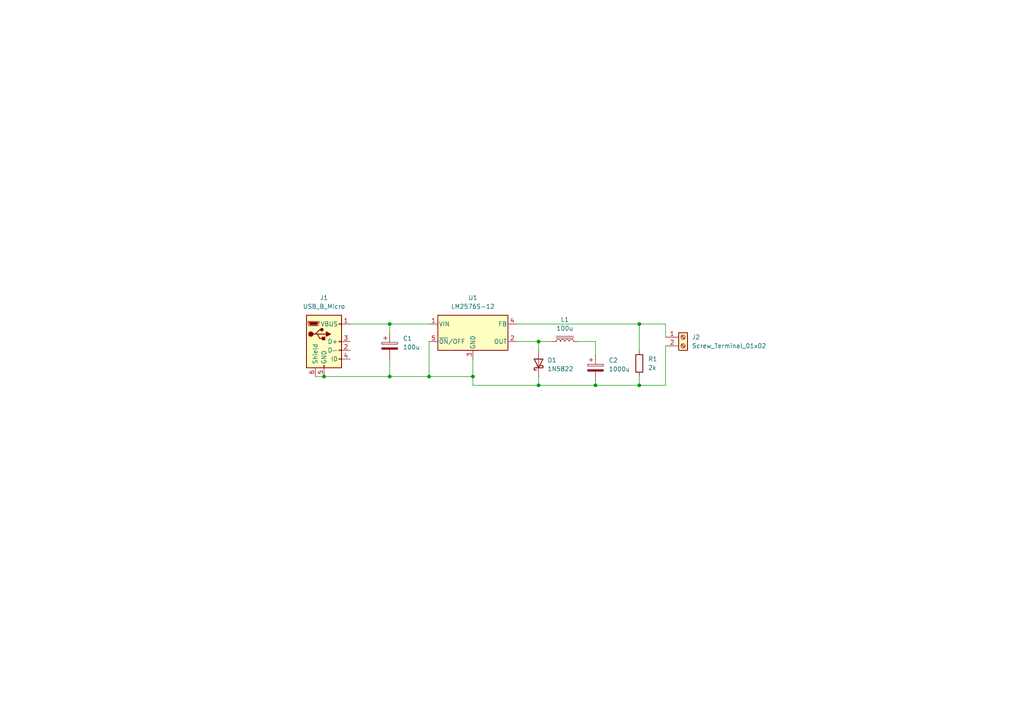
<source format=kicad_sch>
(kicad_sch
	(version 20231120)
	(generator "eeschema")
	(generator_version "8.0")
	(uuid "a14702f0-4e1a-4427-a479-f39e305901bf")
	(paper "A4")
	(lib_symbols
		(symbol "Connector:Screw_Terminal_01x02"
			(pin_names
				(offset 1.016) hide)
			(exclude_from_sim no)
			(in_bom yes)
			(on_board yes)
			(property "Reference" "J"
				(at 0 2.54 0)
				(effects
					(font
						(size 1.27 1.27)
					)
				)
			)
			(property "Value" "Screw_Terminal_01x02"
				(at 0 -5.08 0)
				(effects
					(font
						(size 1.27 1.27)
					)
				)
			)
			(property "Footprint" ""
				(at 0 0 0)
				(effects
					(font
						(size 1.27 1.27)
					)
					(hide yes)
				)
			)
			(property "Datasheet" "~"
				(at 0 0 0)
				(effects
					(font
						(size 1.27 1.27)
					)
					(hide yes)
				)
			)
			(property "Description" "Generic screw terminal, single row, 01x02, script generated (kicad-library-utils/schlib/autogen/connector/)"
				(at 0 0 0)
				(effects
					(font
						(size 1.27 1.27)
					)
					(hide yes)
				)
			)
			(property "ki_keywords" "screw terminal"
				(at 0 0 0)
				(effects
					(font
						(size 1.27 1.27)
					)
					(hide yes)
				)
			)
			(property "ki_fp_filters" "TerminalBlock*:*"
				(at 0 0 0)
				(effects
					(font
						(size 1.27 1.27)
					)
					(hide yes)
				)
			)
			(symbol "Screw_Terminal_01x02_1_1"
				(rectangle
					(start -1.27 1.27)
					(end 1.27 -3.81)
					(stroke
						(width 0.254)
						(type default)
					)
					(fill
						(type background)
					)
				)
				(circle
					(center 0 -2.54)
					(radius 0.635)
					(stroke
						(width 0.1524)
						(type default)
					)
					(fill
						(type none)
					)
				)
				(polyline
					(pts
						(xy -0.5334 -2.2098) (xy 0.3302 -3.048)
					)
					(stroke
						(width 0.1524)
						(type default)
					)
					(fill
						(type none)
					)
				)
				(polyline
					(pts
						(xy -0.5334 0.3302) (xy 0.3302 -0.508)
					)
					(stroke
						(width 0.1524)
						(type default)
					)
					(fill
						(type none)
					)
				)
				(polyline
					(pts
						(xy -0.3556 -2.032) (xy 0.508 -2.8702)
					)
					(stroke
						(width 0.1524)
						(type default)
					)
					(fill
						(type none)
					)
				)
				(polyline
					(pts
						(xy -0.3556 0.508) (xy 0.508 -0.3302)
					)
					(stroke
						(width 0.1524)
						(type default)
					)
					(fill
						(type none)
					)
				)
				(circle
					(center 0 0)
					(radius 0.635)
					(stroke
						(width 0.1524)
						(type default)
					)
					(fill
						(type none)
					)
				)
				(pin passive line
					(at -5.08 0 0)
					(length 3.81)
					(name "Pin_1"
						(effects
							(font
								(size 1.27 1.27)
							)
						)
					)
					(number "1"
						(effects
							(font
								(size 1.27 1.27)
							)
						)
					)
				)
				(pin passive line
					(at -5.08 -2.54 0)
					(length 3.81)
					(name "Pin_2"
						(effects
							(font
								(size 1.27 1.27)
							)
						)
					)
					(number "2"
						(effects
							(font
								(size 1.27 1.27)
							)
						)
					)
				)
			)
		)
		(symbol "Connector:USB_B_Micro"
			(pin_names
				(offset 1.016)
			)
			(exclude_from_sim no)
			(in_bom yes)
			(on_board yes)
			(property "Reference" "J"
				(at -5.08 11.43 0)
				(effects
					(font
						(size 1.27 1.27)
					)
					(justify left)
				)
			)
			(property "Value" "USB_B_Micro"
				(at -5.08 8.89 0)
				(effects
					(font
						(size 1.27 1.27)
					)
					(justify left)
				)
			)
			(property "Footprint" ""
				(at 3.81 -1.27 0)
				(effects
					(font
						(size 1.27 1.27)
					)
					(hide yes)
				)
			)
			(property "Datasheet" "~"
				(at 3.81 -1.27 0)
				(effects
					(font
						(size 1.27 1.27)
					)
					(hide yes)
				)
			)
			(property "Description" "USB Micro Type B connector"
				(at 0 0 0)
				(effects
					(font
						(size 1.27 1.27)
					)
					(hide yes)
				)
			)
			(property "ki_keywords" "connector USB micro"
				(at 0 0 0)
				(effects
					(font
						(size 1.27 1.27)
					)
					(hide yes)
				)
			)
			(property "ki_fp_filters" "USB*"
				(at 0 0 0)
				(effects
					(font
						(size 1.27 1.27)
					)
					(hide yes)
				)
			)
			(symbol "USB_B_Micro_0_1"
				(rectangle
					(start -5.08 -7.62)
					(end 5.08 7.62)
					(stroke
						(width 0.254)
						(type default)
					)
					(fill
						(type background)
					)
				)
				(circle
					(center -3.81 2.159)
					(radius 0.635)
					(stroke
						(width 0.254)
						(type default)
					)
					(fill
						(type outline)
					)
				)
				(circle
					(center -0.635 3.429)
					(radius 0.381)
					(stroke
						(width 0.254)
						(type default)
					)
					(fill
						(type outline)
					)
				)
				(rectangle
					(start -0.127 -7.62)
					(end 0.127 -6.858)
					(stroke
						(width 0)
						(type default)
					)
					(fill
						(type none)
					)
				)
				(polyline
					(pts
						(xy -1.905 2.159) (xy 0.635 2.159)
					)
					(stroke
						(width 0.254)
						(type default)
					)
					(fill
						(type none)
					)
				)
				(polyline
					(pts
						(xy -3.175 2.159) (xy -2.54 2.159) (xy -1.27 3.429) (xy -0.635 3.429)
					)
					(stroke
						(width 0.254)
						(type default)
					)
					(fill
						(type none)
					)
				)
				(polyline
					(pts
						(xy -2.54 2.159) (xy -1.905 2.159) (xy -1.27 0.889) (xy 0 0.889)
					)
					(stroke
						(width 0.254)
						(type default)
					)
					(fill
						(type none)
					)
				)
				(polyline
					(pts
						(xy 0.635 2.794) (xy 0.635 1.524) (xy 1.905 2.159) (xy 0.635 2.794)
					)
					(stroke
						(width 0.254)
						(type default)
					)
					(fill
						(type outline)
					)
				)
				(polyline
					(pts
						(xy -4.318 5.588) (xy -1.778 5.588) (xy -2.032 4.826) (xy -4.064 4.826) (xy -4.318 5.588)
					)
					(stroke
						(width 0)
						(type default)
					)
					(fill
						(type outline)
					)
				)
				(polyline
					(pts
						(xy -4.699 5.842) (xy -4.699 5.588) (xy -4.445 4.826) (xy -4.445 4.572) (xy -1.651 4.572) (xy -1.651 4.826)
						(xy -1.397 5.588) (xy -1.397 5.842) (xy -4.699 5.842)
					)
					(stroke
						(width 0)
						(type default)
					)
					(fill
						(type none)
					)
				)
				(rectangle
					(start 0.254 1.27)
					(end -0.508 0.508)
					(stroke
						(width 0.254)
						(type default)
					)
					(fill
						(type outline)
					)
				)
				(rectangle
					(start 5.08 -5.207)
					(end 4.318 -4.953)
					(stroke
						(width 0)
						(type default)
					)
					(fill
						(type none)
					)
				)
				(rectangle
					(start 5.08 -2.667)
					(end 4.318 -2.413)
					(stroke
						(width 0)
						(type default)
					)
					(fill
						(type none)
					)
				)
				(rectangle
					(start 5.08 -0.127)
					(end 4.318 0.127)
					(stroke
						(width 0)
						(type default)
					)
					(fill
						(type none)
					)
				)
				(rectangle
					(start 5.08 4.953)
					(end 4.318 5.207)
					(stroke
						(width 0)
						(type default)
					)
					(fill
						(type none)
					)
				)
			)
			(symbol "USB_B_Micro_1_1"
				(pin power_out line
					(at 7.62 5.08 180)
					(length 2.54)
					(name "VBUS"
						(effects
							(font
								(size 1.27 1.27)
							)
						)
					)
					(number "1"
						(effects
							(font
								(size 1.27 1.27)
							)
						)
					)
				)
				(pin bidirectional line
					(at 7.62 -2.54 180)
					(length 2.54)
					(name "D-"
						(effects
							(font
								(size 1.27 1.27)
							)
						)
					)
					(number "2"
						(effects
							(font
								(size 1.27 1.27)
							)
						)
					)
				)
				(pin bidirectional line
					(at 7.62 0 180)
					(length 2.54)
					(name "D+"
						(effects
							(font
								(size 1.27 1.27)
							)
						)
					)
					(number "3"
						(effects
							(font
								(size 1.27 1.27)
							)
						)
					)
				)
				(pin passive line
					(at 7.62 -5.08 180)
					(length 2.54)
					(name "ID"
						(effects
							(font
								(size 1.27 1.27)
							)
						)
					)
					(number "4"
						(effects
							(font
								(size 1.27 1.27)
							)
						)
					)
				)
				(pin power_out line
					(at 0 -10.16 90)
					(length 2.54)
					(name "GND"
						(effects
							(font
								(size 1.27 1.27)
							)
						)
					)
					(number "5"
						(effects
							(font
								(size 1.27 1.27)
							)
						)
					)
				)
				(pin passive line
					(at -2.54 -10.16 90)
					(length 2.54)
					(name "Shield"
						(effects
							(font
								(size 1.27 1.27)
							)
						)
					)
					(number "6"
						(effects
							(font
								(size 1.27 1.27)
							)
						)
					)
				)
			)
		)
		(symbol "Device:C_Polarized"
			(pin_numbers hide)
			(pin_names
				(offset 0.254)
			)
			(exclude_from_sim no)
			(in_bom yes)
			(on_board yes)
			(property "Reference" "C"
				(at 0.635 2.54 0)
				(effects
					(font
						(size 1.27 1.27)
					)
					(justify left)
				)
			)
			(property "Value" "C_Polarized"
				(at 0.635 -2.54 0)
				(effects
					(font
						(size 1.27 1.27)
					)
					(justify left)
				)
			)
			(property "Footprint" ""
				(at 0.9652 -3.81 0)
				(effects
					(font
						(size 1.27 1.27)
					)
					(hide yes)
				)
			)
			(property "Datasheet" "~"
				(at 0 0 0)
				(effects
					(font
						(size 1.27 1.27)
					)
					(hide yes)
				)
			)
			(property "Description" "Polarized capacitor"
				(at 0 0 0)
				(effects
					(font
						(size 1.27 1.27)
					)
					(hide yes)
				)
			)
			(property "ki_keywords" "cap capacitor"
				(at 0 0 0)
				(effects
					(font
						(size 1.27 1.27)
					)
					(hide yes)
				)
			)
			(property "ki_fp_filters" "CP_*"
				(at 0 0 0)
				(effects
					(font
						(size 1.27 1.27)
					)
					(hide yes)
				)
			)
			(symbol "C_Polarized_0_1"
				(rectangle
					(start -2.286 0.508)
					(end 2.286 1.016)
					(stroke
						(width 0)
						(type default)
					)
					(fill
						(type none)
					)
				)
				(polyline
					(pts
						(xy -1.778 2.286) (xy -0.762 2.286)
					)
					(stroke
						(width 0)
						(type default)
					)
					(fill
						(type none)
					)
				)
				(polyline
					(pts
						(xy -1.27 2.794) (xy -1.27 1.778)
					)
					(stroke
						(width 0)
						(type default)
					)
					(fill
						(type none)
					)
				)
				(rectangle
					(start 2.286 -0.508)
					(end -2.286 -1.016)
					(stroke
						(width 0)
						(type default)
					)
					(fill
						(type outline)
					)
				)
			)
			(symbol "C_Polarized_1_1"
				(pin passive line
					(at 0 3.81 270)
					(length 2.794)
					(name "~"
						(effects
							(font
								(size 1.27 1.27)
							)
						)
					)
					(number "1"
						(effects
							(font
								(size 1.27 1.27)
							)
						)
					)
				)
				(pin passive line
					(at 0 -3.81 90)
					(length 2.794)
					(name "~"
						(effects
							(font
								(size 1.27 1.27)
							)
						)
					)
					(number "2"
						(effects
							(font
								(size 1.27 1.27)
							)
						)
					)
				)
			)
		)
		(symbol "Device:L_Iron"
			(pin_numbers hide)
			(pin_names
				(offset 1.016) hide)
			(exclude_from_sim no)
			(in_bom yes)
			(on_board yes)
			(property "Reference" "L"
				(at -1.27 0 90)
				(effects
					(font
						(size 1.27 1.27)
					)
				)
			)
			(property "Value" "L_Iron"
				(at 2.794 0 90)
				(effects
					(font
						(size 1.27 1.27)
					)
				)
			)
			(property "Footprint" ""
				(at 0 0 0)
				(effects
					(font
						(size 1.27 1.27)
					)
					(hide yes)
				)
			)
			(property "Datasheet" "~"
				(at 0 0 0)
				(effects
					(font
						(size 1.27 1.27)
					)
					(hide yes)
				)
			)
			(property "Description" "Inductor with iron core"
				(at 0 0 0)
				(effects
					(font
						(size 1.27 1.27)
					)
					(hide yes)
				)
			)
			(property "ki_keywords" "inductor choke coil reactor magnetic"
				(at 0 0 0)
				(effects
					(font
						(size 1.27 1.27)
					)
					(hide yes)
				)
			)
			(property "ki_fp_filters" "Choke_* *Coil* Inductor_* L_*"
				(at 0 0 0)
				(effects
					(font
						(size 1.27 1.27)
					)
					(hide yes)
				)
			)
			(symbol "L_Iron_0_1"
				(arc
					(start 0 -2.54)
					(mid 0.6323 -1.905)
					(end 0 -1.27)
					(stroke
						(width 0)
						(type default)
					)
					(fill
						(type none)
					)
				)
				(arc
					(start 0 -1.27)
					(mid 0.6323 -0.635)
					(end 0 0)
					(stroke
						(width 0)
						(type default)
					)
					(fill
						(type none)
					)
				)
				(polyline
					(pts
						(xy 1.016 2.54) (xy 1.016 -2.54)
					)
					(stroke
						(width 0)
						(type default)
					)
					(fill
						(type none)
					)
				)
				(polyline
					(pts
						(xy 1.524 -2.54) (xy 1.524 2.54)
					)
					(stroke
						(width 0)
						(type default)
					)
					(fill
						(type none)
					)
				)
				(arc
					(start 0 0)
					(mid 0.6323 0.635)
					(end 0 1.27)
					(stroke
						(width 0)
						(type default)
					)
					(fill
						(type none)
					)
				)
				(arc
					(start 0 1.27)
					(mid 0.6323 1.905)
					(end 0 2.54)
					(stroke
						(width 0)
						(type default)
					)
					(fill
						(type none)
					)
				)
			)
			(symbol "L_Iron_1_1"
				(pin passive line
					(at 0 3.81 270)
					(length 1.27)
					(name "1"
						(effects
							(font
								(size 1.27 1.27)
							)
						)
					)
					(number "1"
						(effects
							(font
								(size 1.27 1.27)
							)
						)
					)
				)
				(pin passive line
					(at 0 -3.81 90)
					(length 1.27)
					(name "2"
						(effects
							(font
								(size 1.27 1.27)
							)
						)
					)
					(number "2"
						(effects
							(font
								(size 1.27 1.27)
							)
						)
					)
				)
			)
		)
		(symbol "Device:R"
			(pin_numbers hide)
			(pin_names
				(offset 0)
			)
			(exclude_from_sim no)
			(in_bom yes)
			(on_board yes)
			(property "Reference" "R"
				(at 2.032 0 90)
				(effects
					(font
						(size 1.27 1.27)
					)
				)
			)
			(property "Value" "R"
				(at 0 0 90)
				(effects
					(font
						(size 1.27 1.27)
					)
				)
			)
			(property "Footprint" ""
				(at -1.778 0 90)
				(effects
					(font
						(size 1.27 1.27)
					)
					(hide yes)
				)
			)
			(property "Datasheet" "~"
				(at 0 0 0)
				(effects
					(font
						(size 1.27 1.27)
					)
					(hide yes)
				)
			)
			(property "Description" "Resistor"
				(at 0 0 0)
				(effects
					(font
						(size 1.27 1.27)
					)
					(hide yes)
				)
			)
			(property "ki_keywords" "R res resistor"
				(at 0 0 0)
				(effects
					(font
						(size 1.27 1.27)
					)
					(hide yes)
				)
			)
			(property "ki_fp_filters" "R_*"
				(at 0 0 0)
				(effects
					(font
						(size 1.27 1.27)
					)
					(hide yes)
				)
			)
			(symbol "R_0_1"
				(rectangle
					(start -1.016 -2.54)
					(end 1.016 2.54)
					(stroke
						(width 0.254)
						(type default)
					)
					(fill
						(type none)
					)
				)
			)
			(symbol "R_1_1"
				(pin passive line
					(at 0 3.81 270)
					(length 1.27)
					(name "~"
						(effects
							(font
								(size 1.27 1.27)
							)
						)
					)
					(number "1"
						(effects
							(font
								(size 1.27 1.27)
							)
						)
					)
				)
				(pin passive line
					(at 0 -3.81 90)
					(length 1.27)
					(name "~"
						(effects
							(font
								(size 1.27 1.27)
							)
						)
					)
					(number "2"
						(effects
							(font
								(size 1.27 1.27)
							)
						)
					)
				)
			)
		)
		(symbol "Diode:1N5822"
			(pin_numbers hide)
			(pin_names
				(offset 1.016) hide)
			(exclude_from_sim no)
			(in_bom yes)
			(on_board yes)
			(property "Reference" "D"
				(at 0 2.54 0)
				(effects
					(font
						(size 1.27 1.27)
					)
				)
			)
			(property "Value" "1N5822"
				(at 0 -2.54 0)
				(effects
					(font
						(size 1.27 1.27)
					)
				)
			)
			(property "Footprint" "Diode_THT:D_DO-201AD_P15.24mm_Horizontal"
				(at 0 -4.445 0)
				(effects
					(font
						(size 1.27 1.27)
					)
					(hide yes)
				)
			)
			(property "Datasheet" "http://www.vishay.com/docs/88526/1n5820.pdf"
				(at 0 0 0)
				(effects
					(font
						(size 1.27 1.27)
					)
					(hide yes)
				)
			)
			(property "Description" "40V 3A Schottky Barrier Rectifier Diode, DO-201AD"
				(at 0 0 0)
				(effects
					(font
						(size 1.27 1.27)
					)
					(hide yes)
				)
			)
			(property "ki_keywords" "diode Schottky"
				(at 0 0 0)
				(effects
					(font
						(size 1.27 1.27)
					)
					(hide yes)
				)
			)
			(property "ki_fp_filters" "D*DO?201AD*"
				(at 0 0 0)
				(effects
					(font
						(size 1.27 1.27)
					)
					(hide yes)
				)
			)
			(symbol "1N5822_0_1"
				(polyline
					(pts
						(xy 1.27 0) (xy -1.27 0)
					)
					(stroke
						(width 0)
						(type default)
					)
					(fill
						(type none)
					)
				)
				(polyline
					(pts
						(xy 1.27 1.27) (xy 1.27 -1.27) (xy -1.27 0) (xy 1.27 1.27)
					)
					(stroke
						(width 0.254)
						(type default)
					)
					(fill
						(type none)
					)
				)
				(polyline
					(pts
						(xy -1.905 0.635) (xy -1.905 1.27) (xy -1.27 1.27) (xy -1.27 -1.27) (xy -0.635 -1.27) (xy -0.635 -0.635)
					)
					(stroke
						(width 0.254)
						(type default)
					)
					(fill
						(type none)
					)
				)
			)
			(symbol "1N5822_1_1"
				(pin passive line
					(at -3.81 0 0)
					(length 2.54)
					(name "K"
						(effects
							(font
								(size 1.27 1.27)
							)
						)
					)
					(number "1"
						(effects
							(font
								(size 1.27 1.27)
							)
						)
					)
				)
				(pin passive line
					(at 3.81 0 180)
					(length 2.54)
					(name "A"
						(effects
							(font
								(size 1.27 1.27)
							)
						)
					)
					(number "2"
						(effects
							(font
								(size 1.27 1.27)
							)
						)
					)
				)
			)
		)
		(symbol "Regulator_Switching:LM2576S-12"
			(pin_names
				(offset 0.254)
			)
			(exclude_from_sim no)
			(in_bom yes)
			(on_board yes)
			(property "Reference" "U"
				(at -10.16 6.35 0)
				(effects
					(font
						(size 1.27 1.27)
					)
					(justify left)
				)
			)
			(property "Value" "LM2576S-12"
				(at 0 6.35 0)
				(effects
					(font
						(size 1.27 1.27)
					)
					(justify left)
				)
			)
			(property "Footprint" "Package_TO_SOT_SMD:TO-263-5_TabPin3"
				(at 0 -6.35 0)
				(effects
					(font
						(size 1.27 1.27)
						(italic yes)
					)
					(justify left)
					(hide yes)
				)
			)
			(property "Datasheet" "http://www.ti.com/lit/ds/symlink/lm2576.pdf"
				(at 0 0 0)
				(effects
					(font
						(size 1.27 1.27)
					)
					(hide yes)
				)
			)
			(property "Description" "12V, 3A SIMPLE SWITCHER® Step-Down Voltage Regulator, TO-263"
				(at 0 0 0)
				(effects
					(font
						(size 1.27 1.27)
					)
					(hide yes)
				)
			)
			(property "ki_keywords" "Step-Down Voltage Regulator 12V 3A"
				(at 0 0 0)
				(effects
					(font
						(size 1.27 1.27)
					)
					(hide yes)
				)
			)
			(property "ki_fp_filters" "TO?263*"
				(at 0 0 0)
				(effects
					(font
						(size 1.27 1.27)
					)
					(hide yes)
				)
			)
			(symbol "LM2576S-12_0_1"
				(rectangle
					(start -10.16 5.08)
					(end 10.16 -5.08)
					(stroke
						(width 0.254)
						(type default)
					)
					(fill
						(type background)
					)
				)
			)
			(symbol "LM2576S-12_1_1"
				(pin power_in line
					(at -12.7 2.54 0)
					(length 2.54)
					(name "VIN"
						(effects
							(font
								(size 1.27 1.27)
							)
						)
					)
					(number "1"
						(effects
							(font
								(size 1.27 1.27)
							)
						)
					)
				)
				(pin output line
					(at 12.7 -2.54 180)
					(length 2.54)
					(name "OUT"
						(effects
							(font
								(size 1.27 1.27)
							)
						)
					)
					(number "2"
						(effects
							(font
								(size 1.27 1.27)
							)
						)
					)
				)
				(pin power_in line
					(at 0 -7.62 90)
					(length 2.54)
					(name "GND"
						(effects
							(font
								(size 1.27 1.27)
							)
						)
					)
					(number "3"
						(effects
							(font
								(size 1.27 1.27)
							)
						)
					)
				)
				(pin input line
					(at 12.7 2.54 180)
					(length 2.54)
					(name "FB"
						(effects
							(font
								(size 1.27 1.27)
							)
						)
					)
					(number "4"
						(effects
							(font
								(size 1.27 1.27)
							)
						)
					)
				)
				(pin input line
					(at -12.7 -2.54 0)
					(length 2.54)
					(name "~{ON}/OFF"
						(effects
							(font
								(size 1.27 1.27)
							)
						)
					)
					(number "5"
						(effects
							(font
								(size 1.27 1.27)
							)
						)
					)
				)
			)
		)
	)
	(junction
		(at 172.72 111.76)
		(diameter 0)
		(color 0 0 0 0)
		(uuid "0562652c-5a17-439d-9f8d-92d56b097e5d")
	)
	(junction
		(at 185.42 93.98)
		(diameter 0)
		(color 0 0 0 0)
		(uuid "157fc27b-1c17-4bd9-818f-239950103b7e")
	)
	(junction
		(at 137.16 109.22)
		(diameter 0)
		(color 0 0 0 0)
		(uuid "31b47aae-625e-49ab-a96e-8445137932e0")
	)
	(junction
		(at 113.03 109.22)
		(diameter 0)
		(color 0 0 0 0)
		(uuid "33a4a2ad-4c5e-45f2-ba79-3f211b3b558d")
	)
	(junction
		(at 156.21 99.06)
		(diameter 0)
		(color 0 0 0 0)
		(uuid "4b498ba6-0e86-49a2-88c3-fd0e60ddc698")
	)
	(junction
		(at 124.46 109.22)
		(diameter 0)
		(color 0 0 0 0)
		(uuid "9ef1f3c3-7c76-4765-a532-c8e9b0885b05")
	)
	(junction
		(at 185.42 111.76)
		(diameter 0)
		(color 0 0 0 0)
		(uuid "c2db289d-670e-4a22-a459-ae9c31fcb2ac")
	)
	(junction
		(at 113.03 93.98)
		(diameter 0)
		(color 0 0 0 0)
		(uuid "d4102de8-4051-46ee-8aa2-67b51261fa39")
	)
	(junction
		(at 156.21 111.76)
		(diameter 0)
		(color 0 0 0 0)
		(uuid "edb3e92a-cf20-46e7-a4a8-75e29cdaac73")
	)
	(junction
		(at 93.98 109.22)
		(diameter 0)
		(color 0 0 0 0)
		(uuid "fe05400e-68de-4517-9e35-c9b606c147f6")
	)
	(wire
		(pts
			(xy 113.03 109.22) (xy 93.98 109.22)
		)
		(stroke
			(width 0)
			(type default)
		)
		(uuid "11b1e65f-45d9-4dfc-b032-e0f0ccdeaf54")
	)
	(wire
		(pts
			(xy 137.16 104.14) (xy 137.16 109.22)
		)
		(stroke
			(width 0)
			(type default)
		)
		(uuid "137882de-71e8-417d-87c5-1259f8204805")
	)
	(wire
		(pts
			(xy 137.16 111.76) (xy 156.21 111.76)
		)
		(stroke
			(width 0)
			(type default)
		)
		(uuid "1ec12851-9aff-4927-80dd-501739406f13")
	)
	(wire
		(pts
			(xy 185.42 111.76) (xy 172.72 111.76)
		)
		(stroke
			(width 0)
			(type default)
		)
		(uuid "1f5834ec-64f9-4368-bc58-1148a097bee1")
	)
	(wire
		(pts
			(xy 156.21 99.06) (xy 160.02 99.06)
		)
		(stroke
			(width 0)
			(type default)
		)
		(uuid "2951288b-5414-4e0d-ade6-6b61e0250884")
	)
	(wire
		(pts
			(xy 149.86 93.98) (xy 185.42 93.98)
		)
		(stroke
			(width 0)
			(type default)
		)
		(uuid "401cbf19-3eed-4bff-8d81-3ef08f4fa063")
	)
	(wire
		(pts
			(xy 156.21 99.06) (xy 156.21 101.6)
		)
		(stroke
			(width 0)
			(type default)
		)
		(uuid "42afec01-7614-4ba7-9ea5-eee6dcb4fc15")
	)
	(wire
		(pts
			(xy 156.21 109.22) (xy 156.21 111.76)
		)
		(stroke
			(width 0)
			(type default)
		)
		(uuid "4d8edaa8-a136-4ecd-9ed6-565d5dd661b4")
	)
	(wire
		(pts
			(xy 193.04 97.79) (xy 193.04 93.98)
		)
		(stroke
			(width 0)
			(type default)
		)
		(uuid "5392f129-ad29-49e1-9f4a-fe0303d175ae")
	)
	(wire
		(pts
			(xy 193.04 100.33) (xy 193.04 111.76)
		)
		(stroke
			(width 0)
			(type default)
		)
		(uuid "6e7abcc7-6c5d-471c-a973-610a134d356f")
	)
	(wire
		(pts
			(xy 101.6 93.98) (xy 113.03 93.98)
		)
		(stroke
			(width 0)
			(type default)
		)
		(uuid "74b601c5-937a-4261-a055-15239e17982d")
	)
	(wire
		(pts
			(xy 193.04 111.76) (xy 185.42 111.76)
		)
		(stroke
			(width 0)
			(type default)
		)
		(uuid "7d0db55d-a4b9-4cd8-80b0-dca1de60c2df")
	)
	(wire
		(pts
			(xy 149.86 99.06) (xy 156.21 99.06)
		)
		(stroke
			(width 0)
			(type default)
		)
		(uuid "858e7f44-df0e-48c1-bcff-236862878bf0")
	)
	(wire
		(pts
			(xy 113.03 93.98) (xy 124.46 93.98)
		)
		(stroke
			(width 0)
			(type default)
		)
		(uuid "87dd90f8-98ae-4d24-9c4d-b7c8c48c6952")
	)
	(wire
		(pts
			(xy 172.72 111.76) (xy 172.72 110.49)
		)
		(stroke
			(width 0)
			(type default)
		)
		(uuid "a4db78f6-9005-4a58-ae3c-441590b4f871")
	)
	(wire
		(pts
			(xy 156.21 111.76) (xy 172.72 111.76)
		)
		(stroke
			(width 0)
			(type default)
		)
		(uuid "b6fe28b3-5b24-4944-a085-40de954ca21c")
	)
	(wire
		(pts
			(xy 137.16 109.22) (xy 137.16 111.76)
		)
		(stroke
			(width 0)
			(type default)
		)
		(uuid "ba48fec5-5787-48a0-beed-f962955b4c8c")
	)
	(wire
		(pts
			(xy 185.42 93.98) (xy 185.42 101.6)
		)
		(stroke
			(width 0)
			(type default)
		)
		(uuid "bba54fd5-93f7-4871-833f-874cc60c7b14")
	)
	(wire
		(pts
			(xy 91.44 109.22) (xy 93.98 109.22)
		)
		(stroke
			(width 0)
			(type default)
		)
		(uuid "c78d600f-9704-4a37-88ca-6f4bf19b50f5")
	)
	(wire
		(pts
			(xy 167.64 99.06) (xy 172.72 99.06)
		)
		(stroke
			(width 0)
			(type default)
		)
		(uuid "cd071b72-b8f0-4972-bb64-bcc1976550a2")
	)
	(wire
		(pts
			(xy 193.04 93.98) (xy 185.42 93.98)
		)
		(stroke
			(width 0)
			(type default)
		)
		(uuid "cf309f00-0db0-411e-87f1-d998594b2231")
	)
	(wire
		(pts
			(xy 113.03 93.98) (xy 113.03 96.52)
		)
		(stroke
			(width 0)
			(type default)
		)
		(uuid "d42b0aa0-f98e-4ee4-8746-4df348dadafc")
	)
	(wire
		(pts
			(xy 185.42 109.22) (xy 185.42 111.76)
		)
		(stroke
			(width 0)
			(type default)
		)
		(uuid "de695f7b-77f8-4abf-a4ca-880205f7ad35")
	)
	(wire
		(pts
			(xy 113.03 109.22) (xy 124.46 109.22)
		)
		(stroke
			(width 0)
			(type default)
		)
		(uuid "e24e88b7-916d-445b-8ef3-54932fefbc22")
	)
	(wire
		(pts
			(xy 113.03 104.14) (xy 113.03 109.22)
		)
		(stroke
			(width 0)
			(type default)
		)
		(uuid "e6044f42-280c-4e6f-a828-df9cc256ba13")
	)
	(wire
		(pts
			(xy 124.46 109.22) (xy 137.16 109.22)
		)
		(stroke
			(width 0)
			(type default)
		)
		(uuid "e7b28059-0448-4ef2-b5b6-92958894b11b")
	)
	(wire
		(pts
			(xy 124.46 99.06) (xy 124.46 109.22)
		)
		(stroke
			(width 0)
			(type default)
		)
		(uuid "f742088e-2692-4aab-a141-ec1880e722b6")
	)
	(wire
		(pts
			(xy 172.72 99.06) (xy 172.72 102.87)
		)
		(stroke
			(width 0)
			(type default)
		)
		(uuid "fc2f26b7-b946-44b6-a927-35e6cafc4882")
	)
	(symbol
		(lib_id "Device:R")
		(at 185.42 105.41 0)
		(unit 1)
		(exclude_from_sim no)
		(in_bom yes)
		(on_board yes)
		(dnp no)
		(fields_autoplaced yes)
		(uuid "09a2cf12-5531-4a09-a9b1-bba713bff0e4")
		(property "Reference" "R1"
			(at 187.96 104.1399 0)
			(effects
				(font
					(size 1.27 1.27)
				)
				(justify left)
			)
		)
		(property "Value" "2k"
			(at 187.96 106.6799 0)
			(effects
				(font
					(size 1.27 1.27)
				)
				(justify left)
			)
		)
		(property "Footprint" "Resistor_SMD:R_2512_6332Metric_Pad1.40x3.35mm_HandSolder"
			(at 183.642 105.41 90)
			(effects
				(font
					(size 1.27 1.27)
				)
				(hide yes)
			)
		)
		(property "Datasheet" "~"
			(at 185.42 105.41 0)
			(effects
				(font
					(size 1.27 1.27)
				)
				(hide yes)
			)
		)
		(property "Description" "Resistor"
			(at 185.42 105.41 0)
			(effects
				(font
					(size 1.27 1.27)
				)
				(hide yes)
			)
		)
		(pin "2"
			(uuid "2b0a4817-1252-41cb-af93-b1b2d2214d17")
		)
		(pin "1"
			(uuid "93170023-43e5-4101-87df-b75f1f9e4174")
		)
		(instances
			(project ""
				(path "/a14702f0-4e1a-4427-a479-f39e305901bf"
					(reference "R1")
					(unit 1)
				)
			)
		)
	)
	(symbol
		(lib_id "Device:C_Polarized")
		(at 113.03 100.33 0)
		(unit 1)
		(exclude_from_sim no)
		(in_bom yes)
		(on_board yes)
		(dnp no)
		(fields_autoplaced yes)
		(uuid "1f3a1478-078e-4f8c-98fc-a7e0b0ebbd60")
		(property "Reference" "C1"
			(at 116.84 98.1709 0)
			(effects
				(font
					(size 1.27 1.27)
				)
				(justify left)
			)
		)
		(property "Value" "100u"
			(at 116.84 100.7109 0)
			(effects
				(font
					(size 1.27 1.27)
				)
				(justify left)
			)
		)
		(property "Footprint" "Capacitor_SMD:CP_Elec_10x12.6"
			(at 113.9952 104.14 0)
			(effects
				(font
					(size 1.27 1.27)
				)
				(hide yes)
			)
		)
		(property "Datasheet" "~"
			(at 113.03 100.33 0)
			(effects
				(font
					(size 1.27 1.27)
				)
				(hide yes)
			)
		)
		(property "Description" "Polarized capacitor"
			(at 113.03 100.33 0)
			(effects
				(font
					(size 1.27 1.27)
				)
				(hide yes)
			)
		)
		(pin "1"
			(uuid "73d59f1a-291e-4dbc-b270-f798900d3059")
		)
		(pin "2"
			(uuid "0414e6c5-6178-4ea2-9aef-72b1df38ac3d")
		)
		(instances
			(project ""
				(path "/a14702f0-4e1a-4427-a479-f39e305901bf"
					(reference "C1")
					(unit 1)
				)
			)
		)
	)
	(symbol
		(lib_id "Connector:USB_B_Micro")
		(at 93.98 99.06 0)
		(unit 1)
		(exclude_from_sim no)
		(in_bom yes)
		(on_board yes)
		(dnp no)
		(fields_autoplaced yes)
		(uuid "21e039db-d56e-4646-907f-4da3297b8ce7")
		(property "Reference" "J1"
			(at 93.98 86.36 0)
			(effects
				(font
					(size 1.27 1.27)
				)
			)
		)
		(property "Value" "USB_B_Micro"
			(at 93.98 88.9 0)
			(effects
				(font
					(size 1.27 1.27)
				)
			)
		)
		(property "Footprint" "Connector_USB:USB_Micro-B_Molex-105017-0001"
			(at 97.79 100.33 0)
			(effects
				(font
					(size 1.27 1.27)
				)
				(hide yes)
			)
		)
		(property "Datasheet" "~"
			(at 97.79 100.33 0)
			(effects
				(font
					(size 1.27 1.27)
				)
				(hide yes)
			)
		)
		(property "Description" "USB Micro Type B connector"
			(at 93.98 99.06 0)
			(effects
				(font
					(size 1.27 1.27)
				)
				(hide yes)
			)
		)
		(pin "1"
			(uuid "f3d8b0ad-5212-4972-98cb-0c8345a2af03")
		)
		(pin "4"
			(uuid "7a9a69ab-278b-4681-9750-b1236f67dccc")
		)
		(pin "2"
			(uuid "b261a256-6b77-4c9f-a8e4-37a4854989fe")
		)
		(pin "5"
			(uuid "e45190f7-84a1-4573-80d1-2d6357d8e4b4")
		)
		(pin "3"
			(uuid "805e4139-73f0-4331-a9da-5960bc207449")
		)
		(pin "6"
			(uuid "e630d396-63c6-418a-ab7a-d2b525769b43")
		)
		(instances
			(project ""
				(path "/a14702f0-4e1a-4427-a479-f39e305901bf"
					(reference "J1")
					(unit 1)
				)
			)
		)
	)
	(symbol
		(lib_id "Connector:Screw_Terminal_01x02")
		(at 198.12 97.79 0)
		(unit 1)
		(exclude_from_sim no)
		(in_bom yes)
		(on_board yes)
		(dnp no)
		(fields_autoplaced yes)
		(uuid "7041cf4f-9f28-4ff9-a7f1-621bc70111cd")
		(property "Reference" "J2"
			(at 200.66 97.7899 0)
			(effects
				(font
					(size 1.27 1.27)
				)
				(justify left)
			)
		)
		(property "Value" "Screw_Terminal_01x02"
			(at 200.66 100.3299 0)
			(effects
				(font
					(size 1.27 1.27)
				)
				(justify left)
			)
		)
		(property "Footprint" "TerminalBlock:TerminalBlock_Altech_AK300-2_P5.00mm"
			(at 198.12 97.79 0)
			(effects
				(font
					(size 1.27 1.27)
				)
				(hide yes)
			)
		)
		(property "Datasheet" "~"
			(at 198.12 97.79 0)
			(effects
				(font
					(size 1.27 1.27)
				)
				(hide yes)
			)
		)
		(property "Description" "Generic screw terminal, single row, 01x02, script generated (kicad-library-utils/schlib/autogen/connector/)"
			(at 198.12 97.79 0)
			(effects
				(font
					(size 1.27 1.27)
				)
				(hide yes)
			)
		)
		(pin "1"
			(uuid "2f1c76d2-c4a5-4056-8c64-f33bd4782b9d")
		)
		(pin "2"
			(uuid "d343eebf-4df0-435b-8f4e-eb2e071d42bc")
		)
		(instances
			(project ""
				(path "/a14702f0-4e1a-4427-a479-f39e305901bf"
					(reference "J2")
					(unit 1)
				)
			)
		)
	)
	(symbol
		(lib_id "Diode:1N5822")
		(at 156.21 105.41 90)
		(unit 1)
		(exclude_from_sim no)
		(in_bom yes)
		(on_board yes)
		(dnp no)
		(fields_autoplaced yes)
		(uuid "8d391562-f76f-4e71-adf4-12c70fe190cb")
		(property "Reference" "D1"
			(at 158.75 104.4574 90)
			(effects
				(font
					(size 1.27 1.27)
				)
				(justify right)
			)
		)
		(property "Value" "1N5822"
			(at 158.75 106.9974 90)
			(effects
				(font
					(size 1.27 1.27)
				)
				(justify right)
			)
		)
		(property "Footprint" "Diode_THT:D_DO-201AD_P15.24mm_Horizontal"
			(at 160.655 105.41 0)
			(effects
				(font
					(size 1.27 1.27)
				)
				(hide yes)
			)
		)
		(property "Datasheet" "http://www.vishay.com/docs/88526/1n5820.pdf"
			(at 156.21 105.41 0)
			(effects
				(font
					(size 1.27 1.27)
				)
				(hide yes)
			)
		)
		(property "Description" "40V 3A Schottky Barrier Rectifier Diode, DO-201AD"
			(at 156.21 105.41 0)
			(effects
				(font
					(size 1.27 1.27)
				)
				(hide yes)
			)
		)
		(pin "2"
			(uuid "836e2b9e-b56f-424d-a22e-3456dd771e33")
		)
		(pin "1"
			(uuid "e26d792f-8db5-48a1-b372-062ec8165f3a")
		)
		(instances
			(project ""
				(path "/a14702f0-4e1a-4427-a479-f39e305901bf"
					(reference "D1")
					(unit 1)
				)
			)
		)
	)
	(symbol
		(lib_id "Device:L_Iron")
		(at 163.83 99.06 90)
		(unit 1)
		(exclude_from_sim no)
		(in_bom yes)
		(on_board yes)
		(dnp no)
		(fields_autoplaced yes)
		(uuid "9d96a50c-6279-410f-874e-a8a11671034f")
		(property "Reference" "L1"
			(at 163.83 92.71 90)
			(effects
				(font
					(size 1.27 1.27)
				)
			)
		)
		(property "Value" "100u"
			(at 163.83 95.25 90)
			(effects
				(font
					(size 1.27 1.27)
				)
			)
		)
		(property "Footprint" "Inductor_SMD:L_Coilcraft_XAL1010-XXX"
			(at 163.83 99.06 0)
			(effects
				(font
					(size 1.27 1.27)
				)
				(hide yes)
			)
		)
		(property "Datasheet" "~"
			(at 163.83 99.06 0)
			(effects
				(font
					(size 1.27 1.27)
				)
				(hide yes)
			)
		)
		(property "Description" "Inductor with iron core"
			(at 163.83 99.06 0)
			(effects
				(font
					(size 1.27 1.27)
				)
				(hide yes)
			)
		)
		(pin "1"
			(uuid "2f5085cf-3bb6-4e81-b915-22ee45270dec")
		)
		(pin "2"
			(uuid "7328d97f-a51f-4337-8d11-113961e359b9")
		)
		(instances
			(project ""
				(path "/a14702f0-4e1a-4427-a479-f39e305901bf"
					(reference "L1")
					(unit 1)
				)
			)
		)
	)
	(symbol
		(lib_id "Device:C_Polarized")
		(at 172.72 106.68 0)
		(unit 1)
		(exclude_from_sim no)
		(in_bom yes)
		(on_board yes)
		(dnp no)
		(fields_autoplaced yes)
		(uuid "b5e78e30-2e8d-44fe-adc1-1f77fbec7a70")
		(property "Reference" "C2"
			(at 176.53 104.5209 0)
			(effects
				(font
					(size 1.27 1.27)
				)
				(justify left)
			)
		)
		(property "Value" "1000u"
			(at 176.53 107.0609 0)
			(effects
				(font
					(size 1.27 1.27)
				)
				(justify left)
			)
		)
		(property "Footprint" "Capacitor_SMD:CP_Elec_10x12.6"
			(at 173.6852 110.49 0)
			(effects
				(font
					(size 1.27 1.27)
				)
				(hide yes)
			)
		)
		(property "Datasheet" "~"
			(at 172.72 106.68 0)
			(effects
				(font
					(size 1.27 1.27)
				)
				(hide yes)
			)
		)
		(property "Description" "Polarized capacitor"
			(at 172.72 106.68 0)
			(effects
				(font
					(size 1.27 1.27)
				)
				(hide yes)
			)
		)
		(pin "2"
			(uuid "072ac4cd-1541-41ea-bda2-8bb91fcac380")
		)
		(pin "1"
			(uuid "a419583a-46d7-45e2-9aa1-b7c8839fe088")
		)
		(instances
			(project ""
				(path "/a14702f0-4e1a-4427-a479-f39e305901bf"
					(reference "C2")
					(unit 1)
				)
			)
		)
	)
	(symbol
		(lib_id "Regulator_Switching:LM2576S-12")
		(at 137.16 96.52 0)
		(unit 1)
		(exclude_from_sim no)
		(in_bom yes)
		(on_board yes)
		(dnp no)
		(fields_autoplaced yes)
		(uuid "dd7ca45f-6190-4582-9c7e-76eaf801d5b9")
		(property "Reference" "U1"
			(at 137.16 86.36 0)
			(effects
				(font
					(size 1.27 1.27)
				)
			)
		)
		(property "Value" "LM2576S-12"
			(at 137.16 88.9 0)
			(effects
				(font
					(size 1.27 1.27)
				)
			)
		)
		(property "Footprint" "Package_TO_SOT_SMD:TO-263-5_TabPin3"
			(at 137.16 102.87 0)
			(effects
				(font
					(size 1.27 1.27)
					(italic yes)
				)
				(justify left)
				(hide yes)
			)
		)
		(property "Datasheet" "http://www.ti.com/lit/ds/symlink/lm2576.pdf"
			(at 137.16 96.52 0)
			(effects
				(font
					(size 1.27 1.27)
				)
				(hide yes)
			)
		)
		(property "Description" "12V, 3A SIMPLE SWITCHER® Step-Down Voltage Regulator, TO-263"
			(at 137.16 96.52 0)
			(effects
				(font
					(size 1.27 1.27)
				)
				(hide yes)
			)
		)
		(pin "4"
			(uuid "715e9823-e34b-4e1d-bc41-d2ae3537325f")
		)
		(pin "3"
			(uuid "77fef4bd-8eb8-4266-90ca-27fff10309f7")
		)
		(pin "1"
			(uuid "c84a3d20-7813-448c-8768-a2aeb6234ffb")
		)
		(pin "5"
			(uuid "0c4a81ef-7ab9-4f16-93af-88e87e07c015")
		)
		(pin "2"
			(uuid "decaf6db-076b-49c3-8515-7b14ff730bad")
		)
		(instances
			(project ""
				(path "/a14702f0-4e1a-4427-a479-f39e305901bf"
					(reference "U1")
					(unit 1)
				)
			)
		)
	)
	(sheet_instances
		(path "/"
			(page "1")
		)
	)
)

</source>
